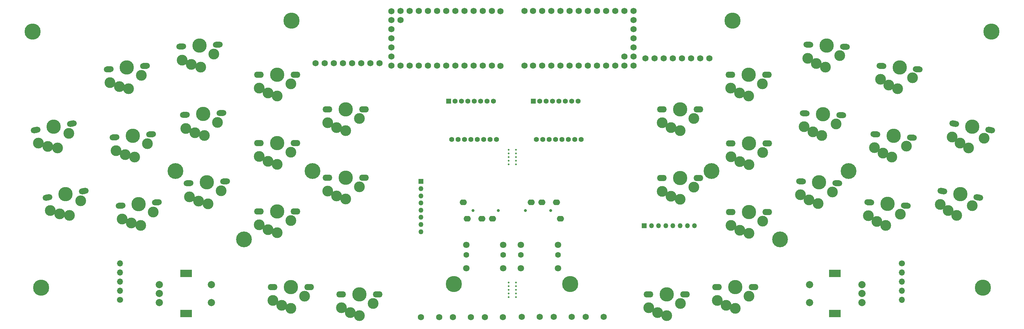
<source format=gbr>
%TF.GenerationSoftware,KiCad,Pcbnew,(7.0.0)*%
%TF.CreationDate,2023-02-20T10:05:00+01:00*%
%TF.ProjectId,wired-split,77697265-642d-4737-906c-69742e6b6963,rev?*%
%TF.SameCoordinates,Original*%
%TF.FileFunction,Soldermask,Top*%
%TF.FilePolarity,Negative*%
%FSLAX46Y46*%
G04 Gerber Fmt 4.6, Leading zero omitted, Abs format (unit mm)*
G04 Created by KiCad (PCBNEW (7.0.0)) date 2023-02-20 10:05:00*
%MOMM*%
%LPD*%
G01*
G04 APERTURE LIST*
G04 Aperture macros list*
%AMHorizOval*
0 Thick line with rounded ends*
0 $1 width*
0 $2 $3 position (X,Y) of the first rounded end (center of the circle)*
0 $4 $5 position (X,Y) of the second rounded end (center of the circle)*
0 Add line between two ends*
20,1,$1,$2,$3,$4,$5,0*
0 Add two circle primitives to create the rounded ends*
1,1,$1,$2,$3*
1,1,$1,$4,$5*%
G04 Aperture macros list end*
%ADD10C,4.500000*%
%ADD11C,4.400000*%
%ADD12HorizOval,1.701800X-0.492404X0.086824X0.492404X-0.086824X0*%
%ADD13C,3.000000*%
%ADD14C,3.987800*%
%ADD15C,2.000000*%
%ADD16R,3.200000X2.000000*%
%ADD17R,1.350000X1.350000*%
%ADD18O,1.350000X1.350000*%
%ADD19HorizOval,1.701800X-0.498097X-0.043578X0.498097X0.043578X0*%
%ADD20C,1.752600*%
%ADD21C,0.500000*%
%ADD22HorizOval,1.701800X-0.499315X-0.026168X0.499315X0.026168X0*%
%ADD23O,2.701800X1.701800*%
%ADD24C,1.700000*%
%ADD25O,1.700000X1.700000*%
%ADD26HorizOval,1.701800X-0.498097X0.043578X0.498097X-0.043578X0*%
%ADD27HorizOval,1.701800X-0.499315X0.026168X0.499315X-0.026168X0*%
%ADD28C,1.800000*%
%ADD29C,1.600000*%
%ADD30C,0.800000*%
%ADD31O,2.000000X1.600000*%
%ADD32HorizOval,1.701800X-0.492404X-0.086824X0.492404X0.086824X0*%
%ADD33R,1.400000X1.400000*%
%ADD34C,1.400000*%
G04 APERTURE END LIST*
D10*
%TO.C,*%
X84328000Y-156464000D03*
%TD*%
D11*
%TO.C,REF\u002A\u002A*%
X121666000Y-123952000D03*
X140716000Y-143002000D03*
X159766000Y-123952000D03*
%TD*%
D12*
%TO.C,SW22*%
X344837936Y-131306707D03*
D13*
X343146852Y-133583685D03*
X338799645Y-136283119D03*
D14*
X339832851Y-130423513D03*
D13*
X336452257Y-134982431D03*
X334260582Y-133245462D03*
D12*
X334832977Y-129538540D03*
%TD*%
D15*
%TO.C,SW39*%
X312442505Y-160585287D03*
X312442505Y-155585287D03*
X312442505Y-158085287D03*
D16*
X304942504Y-163685286D03*
X304942504Y-152485286D03*
D15*
X297942505Y-155585287D03*
X297942505Y-160585287D03*
%TD*%
D17*
%TO.C,J9*%
X189913095Y-126857999D03*
D18*
X189913095Y-128857999D03*
X189913095Y-130857999D03*
X189913095Y-132857999D03*
X189913095Y-134857999D03*
X189913095Y-136857999D03*
X189913095Y-138857999D03*
X189913095Y-140857999D03*
%TD*%
D19*
%TO.C,SW6*%
X114853914Y-113697534D03*
D13*
X113809778Y-116334611D03*
X110309363Y-120067204D03*
D14*
X109790786Y-114139846D03*
D13*
X107705318Y-119418385D03*
X105138762Y-118307849D03*
D19*
X104732231Y-114579090D03*
%TD*%
D20*
%TO.C,SW27*%
X217902505Y-164581287D03*
X222902505Y-164581287D03*
%TD*%
D21*
%TO.C,mouse-bite-2mm-slot*%
X214226505Y-118049287D03*
X214226505Y-119065287D03*
X214226505Y-120081287D03*
X214226505Y-121097287D03*
X214226505Y-122113287D03*
X216258505Y-118049287D03*
X216258505Y-119065287D03*
X216258505Y-120081287D03*
X216258505Y-121097287D03*
X216258505Y-122113287D03*
%TD*%
D22*
%TO.C,SW11*%
X135437513Y-126854805D03*
D13*
X134301981Y-129453836D03*
X130673432Y-133061992D03*
D14*
X130362033Y-127120147D03*
D13*
X128093617Y-132322688D03*
X125567381Y-131123258D03*
D22*
X125291230Y-127382583D03*
%TD*%
D23*
%TO.C,SW13*%
X154996504Y-97113247D03*
D13*
X153726505Y-99649287D03*
X149914093Y-103062595D03*
D14*
X149914093Y-97112595D03*
D13*
X147376505Y-102189287D03*
X144916505Y-100859287D03*
D23*
X144836504Y-97109286D03*
%TD*%
D20*
%TO.C,U7*%
X221059255Y-94617287D03*
X223599255Y-94617287D03*
X226139255Y-94617287D03*
X228679255Y-94617287D03*
X231219255Y-94617287D03*
X233759255Y-94617287D03*
X236299255Y-94617287D03*
X238839255Y-94617287D03*
X241379255Y-94617287D03*
X243919255Y-94617287D03*
X246459255Y-94617287D03*
X248999255Y-94597287D03*
X248999255Y-79377287D03*
X246459255Y-79377287D03*
X243919255Y-79377287D03*
X241379255Y-79377287D03*
X238839255Y-79377287D03*
X236299255Y-79377287D03*
X233759255Y-79377287D03*
X231219255Y-79377287D03*
X228679255Y-79377287D03*
X226139255Y-79377287D03*
X223599255Y-79377287D03*
X221059255Y-79377287D03*
X248999255Y-92077287D03*
X248999255Y-89537287D03*
X248999255Y-86997287D03*
X248999255Y-84457287D03*
X248999255Y-81917287D03*
X246459255Y-92077287D03*
X218629255Y-94597287D03*
X218629255Y-79357287D03*
%TD*%
D10*
%TO.C,*%
X231394000Y-155448000D03*
%TD*%
%TO.C,*%
X348488000Y-85090000D03*
%TD*%
D11*
%TO.C,REF\u002A\u002A*%
X270666000Y-123952000D03*
X289716000Y-143002000D03*
X308766000Y-123952000D03*
%TD*%
D10*
%TO.C,*%
X81900000Y-85090000D03*
%TD*%
D20*
%TO.C,SW35*%
X235650505Y-164581287D03*
X240650505Y-164581287D03*
%TD*%
%TO.C,SW8*%
X207670505Y-164689287D03*
X212670505Y-164689287D03*
%TD*%
D15*
%TO.C,SW21*%
X117128505Y-155585287D03*
X117128505Y-160585287D03*
X117128505Y-158085287D03*
D16*
X124628504Y-152485286D03*
X124628504Y-163685286D03*
D15*
X131628505Y-160585287D03*
X131628505Y-155585287D03*
%TD*%
D20*
%TO.C,SW16*%
X189922505Y-164689287D03*
X194922505Y-164689287D03*
%TD*%
D23*
%TO.C,SW3*%
X158814504Y-156311247D03*
D13*
X157544505Y-158847287D03*
X153732093Y-162260595D03*
D14*
X153732093Y-156310595D03*
D13*
X151194505Y-161387287D03*
X148734505Y-160057287D03*
D23*
X148654504Y-156307286D03*
%TD*%
D10*
%TO.C,*%
X346116000Y-156464000D03*
%TD*%
D24*
%TO.C,U5*%
X106214505Y-159863287D03*
D25*
X106214504Y-157323286D03*
X106214504Y-154783286D03*
X106214504Y-152243286D03*
X106214504Y-149703286D03*
%TD*%
D23*
%TO.C,SW33*%
X286152350Y-116241898D03*
D13*
X284882351Y-118777938D03*
X281069939Y-122191246D03*
D14*
X281069939Y-116241246D03*
D13*
X278532351Y-121317938D03*
X276072351Y-119987938D03*
D23*
X275992350Y-116237937D03*
%TD*%
D26*
%TO.C,SW25*%
X326349119Y-114607430D03*
D13*
X324862922Y-117023132D03*
X320767528Y-120091178D03*
D14*
X321286105Y-114163819D03*
D13*
X318315710Y-119000027D03*
X315980988Y-117460685D03*
D26*
X316228126Y-113717982D03*
%TD*%
%TO.C,SW26*%
X324644183Y-133585805D03*
D13*
X323157986Y-136001507D03*
X319062592Y-139069553D03*
D14*
X319581169Y-133142194D03*
D13*
X316610774Y-137978402D03*
X314276052Y-136439060D03*
D26*
X314523190Y-132696357D03*
%TD*%
D23*
%TO.C,SW34*%
X286143508Y-135347971D03*
D13*
X284873509Y-137884011D03*
X281061097Y-141297319D03*
D14*
X281061097Y-135347319D03*
D13*
X278523509Y-140424011D03*
X276063509Y-139094011D03*
D23*
X275983508Y-135344010D03*
%TD*%
D21*
%TO.C,mouse-bite-2mm-slot*%
X214226505Y-155049287D03*
X214226505Y-156065287D03*
X214226505Y-157081287D03*
X214226505Y-158097287D03*
X214226505Y-159113287D03*
X216258505Y-155049287D03*
X216258505Y-156065287D03*
X216258505Y-157081287D03*
X216258505Y-158097287D03*
X216258505Y-159113287D03*
%TD*%
D23*
%TO.C,SW19*%
X177864504Y-158343247D03*
D13*
X176594505Y-160879287D03*
X172782093Y-164292595D03*
D14*
X172782093Y-158342595D03*
D13*
X170244505Y-163419287D03*
X167784505Y-162089287D03*
D23*
X167704504Y-158339286D03*
%TD*%
D20*
%TO.C,J1*%
X160584504Y-93857300D03*
X163124506Y-93857301D03*
X165664504Y-93857300D03*
X168204504Y-93857300D03*
X170744505Y-93857301D03*
X173284505Y-93857302D03*
X175824505Y-93857301D03*
X178364504Y-93857301D03*
%TD*%
D26*
%TO.C,SW24*%
X328002828Y-95562526D03*
D13*
X326516631Y-97978228D03*
X322421237Y-101046274D03*
D14*
X322939814Y-95118915D03*
D13*
X319969419Y-99955123D03*
X317634697Y-98415781D03*
D26*
X317881835Y-94673078D03*
%TD*%
D23*
%TO.C,SW23*%
X282342504Y-156311247D03*
D13*
X281072505Y-158847287D03*
X277260093Y-162260595D03*
D14*
X277260093Y-156310595D03*
D13*
X274722505Y-161387287D03*
X272262505Y-160057287D03*
D23*
X272182504Y-156307286D03*
%TD*%
D19*
%TO.C,SW7*%
X116499676Y-132717767D03*
D13*
X115455540Y-135354844D03*
X111955125Y-139087437D03*
D14*
X111436548Y-133160079D03*
D13*
X109351080Y-138438618D03*
X106784524Y-137328082D03*
D19*
X106377993Y-133599323D03*
%TD*%
D23*
%TO.C,SW38*%
X263262504Y-158349863D03*
D13*
X261992505Y-160885903D03*
X258180093Y-164299211D03*
D14*
X258180093Y-158349211D03*
D13*
X255642505Y-163425903D03*
X253182505Y-162095903D03*
D23*
X253102504Y-158345902D03*
%TD*%
D27*
%TO.C,SW29*%
X306689187Y-108370885D03*
D13*
X305288202Y-110836983D03*
X301302376Y-114046087D03*
D14*
X301613775Y-108104241D03*
D13*
X298813971Y-113041169D03*
X296426949Y-111584245D03*
D27*
X296543318Y-107835196D03*
%TD*%
D28*
%TO.C,HAT2*%
X227992505Y-151039287D03*
D29*
X227992505Y-147339287D03*
D28*
X227992505Y-144539287D03*
X217692505Y-144539287D03*
D29*
X217692505Y-147339287D03*
D28*
X217692505Y-151039287D03*
%TD*%
D22*
%TO.C,SW10*%
X134426889Y-107801174D03*
D13*
X133291357Y-110400205D03*
X129662808Y-114008361D03*
D14*
X129351409Y-108066516D03*
D13*
X127082993Y-113269057D03*
X124556757Y-112069627D03*
D22*
X124280606Y-108328952D03*
%TD*%
D23*
%TO.C,SW36*%
X267022504Y-106755863D03*
D13*
X265752505Y-109291903D03*
X261940093Y-112705211D03*
D14*
X261940093Y-106755211D03*
D13*
X259402505Y-111831903D03*
X256942505Y-110501903D03*
D23*
X256862504Y-106751902D03*
%TD*%
D12*
%TO.C,SW4*%
X348144640Y-112511835D03*
D13*
X346453556Y-114788813D03*
X342106349Y-117488247D03*
D14*
X343139555Y-111628641D03*
D13*
X339758961Y-116187559D03*
X337567286Y-114450590D03*
D12*
X338139681Y-110743668D03*
%TD*%
D20*
%TO.C,SW31*%
X226776505Y-164581287D03*
X231776505Y-164581287D03*
%TD*%
D27*
%TO.C,SW28*%
X307695335Y-89289670D03*
D13*
X306294350Y-91755768D03*
X302308524Y-94964872D03*
D14*
X302619923Y-89023026D03*
D13*
X299820119Y-93959954D03*
X297433097Y-92503030D03*
D27*
X297549466Y-88753981D03*
%TD*%
D23*
%TO.C,SW18*%
X174046504Y-125799247D03*
D13*
X172776505Y-128335287D03*
X168964093Y-131748595D03*
D14*
X168964093Y-125798595D03*
D13*
X166426505Y-130875287D03*
X163966505Y-129545287D03*
D23*
X163886504Y-125795286D03*
%TD*%
%TO.C,SW32*%
X286102504Y-97119863D03*
D13*
X284832505Y-99655903D03*
X281020093Y-103069211D03*
D14*
X281020093Y-97119211D03*
D13*
X278482505Y-102195903D03*
X276022505Y-100865903D03*
D23*
X275942504Y-97115902D03*
%TD*%
D10*
%TO.C,*%
X199014000Y-155448000D03*
%TD*%
D19*
%TO.C,SW5*%
X113183518Y-94670481D03*
D13*
X112139382Y-97307558D03*
X108638967Y-101040151D03*
D14*
X108120390Y-95112793D03*
D13*
X106034922Y-100391332D03*
X103468366Y-99280796D03*
D19*
X103061835Y-95552037D03*
%TD*%
D23*
%TO.C,SW17*%
X174046504Y-106749247D03*
D13*
X172776505Y-109285287D03*
X168964093Y-112698595D03*
D14*
X168964093Y-106748595D03*
D13*
X166426505Y-111825287D03*
X163966505Y-110495287D03*
D23*
X163886504Y-106745286D03*
%TD*%
D10*
%TO.C,*%
X153924000Y-82042000D03*
%TD*%
D30*
%TO.C,J2*%
X211384505Y-134971287D03*
X204384505Y-134971287D03*
D31*
X206784504Y-137271286D03*
X209784504Y-137271286D03*
X201684504Y-132671286D03*
X202784504Y-137271286D03*
%TD*%
D32*
%TO.C,SW1*%
X92814015Y-110741054D03*
D13*
X92003689Y-113459099D03*
X88841911Y-117482570D03*
D14*
X87808704Y-111622964D03*
D13*
X86191226Y-117063177D03*
X83537647Y-116180557D03*
D32*
X82807681Y-112501419D03*
%TD*%
D24*
%TO.C,U6*%
X323542505Y-149703287D03*
D25*
X323542504Y-152243286D03*
X323542504Y-154783286D03*
X323542504Y-157323286D03*
X323542504Y-159863286D03*
%TD*%
D23*
%TO.C,SW14*%
X154996504Y-116163247D03*
D13*
X153726505Y-118699287D03*
X149914093Y-122112595D03*
D14*
X149914093Y-116162595D03*
D13*
X147376505Y-121239287D03*
X144916505Y-119909287D03*
D23*
X144836504Y-116159286D03*
%TD*%
%TO.C,SW15*%
X154996504Y-135213247D03*
D13*
X153726505Y-137749287D03*
X149914093Y-141162595D03*
D14*
X149914093Y-135212595D03*
D13*
X147376505Y-140289287D03*
X144916505Y-138959287D03*
D23*
X144836504Y-135209286D03*
%TD*%
%TO.C,SW37*%
X267022503Y-125895177D03*
D13*
X265752504Y-128431217D03*
X261940092Y-131844525D03*
D14*
X261940092Y-125894525D03*
D13*
X259402504Y-130971217D03*
X256942504Y-129641217D03*
D23*
X256862503Y-125891216D03*
%TD*%
D17*
%TO.C,J10*%
X251937999Y-139191999D03*
D18*
X253937999Y-139191999D03*
X255937999Y-139191999D03*
X257937999Y-139191999D03*
X259937999Y-139191999D03*
X261937999Y-139191999D03*
X263937999Y-139191999D03*
X265937999Y-139191999D03*
%TD*%
D27*
%TO.C,SW30*%
X305654681Y-127367450D03*
D13*
X304253696Y-129833548D03*
X300267870Y-133042652D03*
D14*
X300579269Y-127100806D03*
D13*
X297779465Y-132037734D03*
X295392443Y-130580810D03*
D27*
X295508812Y-126831761D03*
%TD*%
D20*
%TO.C,J7*%
X252282504Y-92581286D03*
X254822506Y-92581287D03*
X257362504Y-92581286D03*
X259902504Y-92581286D03*
X262442505Y-92581287D03*
X264982505Y-92581288D03*
X267522505Y-92581287D03*
X270062504Y-92581287D03*
%TD*%
D10*
%TO.C,*%
X276508000Y-82042000D03*
%TD*%
D30*
%TO.C,J5*%
X218930005Y-134971287D03*
X225930005Y-134971287D03*
D31*
X223530004Y-132671286D03*
X220530004Y-132671286D03*
X228630004Y-137271286D03*
X227530004Y-132671286D03*
%TD*%
D22*
%TO.C,SW9*%
X133407749Y-88751375D03*
D13*
X132272217Y-91350406D03*
X128643668Y-94958562D03*
D14*
X128332269Y-89016717D03*
D13*
X126063853Y-94219258D03*
X123537617Y-93019828D03*
D22*
X123261466Y-89279153D03*
%TD*%
D32*
%TO.C,SW2*%
X96116015Y-129537054D03*
D13*
X95305689Y-132255099D03*
X92143911Y-136278570D03*
D14*
X91110704Y-130418964D03*
D13*
X89493226Y-135859177D03*
X86839647Y-134976557D03*
D32*
X86109681Y-131297419D03*
%TD*%
D20*
%TO.C,U1*%
X209582505Y-79377287D03*
X207042505Y-79377287D03*
X204502505Y-79377287D03*
X201962505Y-79377287D03*
X199422505Y-79377287D03*
X196882505Y-79377287D03*
X194342505Y-79377287D03*
X191802505Y-79377287D03*
X189262505Y-79377287D03*
X186722505Y-79377287D03*
X184182505Y-79377287D03*
X181642505Y-79397287D03*
X181642505Y-94617287D03*
X184182505Y-94617287D03*
X186722505Y-94617287D03*
X189262505Y-94617287D03*
X191802505Y-94617287D03*
X194342505Y-94617287D03*
X196882505Y-94617287D03*
X199422505Y-94617287D03*
X201962505Y-94617287D03*
X204502505Y-94617287D03*
X207042505Y-94617287D03*
X209582505Y-94617287D03*
X181642505Y-81917287D03*
X181642505Y-84457287D03*
X181642505Y-86997287D03*
X181642505Y-89537287D03*
X181642505Y-92077287D03*
X184182505Y-81917287D03*
X212012505Y-79397287D03*
X212012505Y-94637287D03*
%TD*%
%TO.C,SW12*%
X198796505Y-164689287D03*
X203796505Y-164689287D03*
%TD*%
D28*
%TO.C,HAT1*%
X202467053Y-151039287D03*
D29*
X202467053Y-147339287D03*
D28*
X202467053Y-144539287D03*
X212767053Y-144539287D03*
D29*
X212767053Y-147339287D03*
D28*
X212767053Y-151039287D03*
%TD*%
D33*
%TO.C,U10*%
X221082504Y-104475286D03*
D34*
X222862505Y-104475287D03*
X224642505Y-104475287D03*
X226422505Y-104475287D03*
X228202505Y-104475287D03*
X229982505Y-104475287D03*
X231762505Y-104475287D03*
X233542505Y-104475287D03*
X234432505Y-115175287D03*
X232652505Y-115175287D03*
X230872505Y-115175287D03*
X229092505Y-115175287D03*
X227312505Y-115175287D03*
X225532505Y-115175287D03*
X223752505Y-115175287D03*
X221972505Y-115175287D03*
%TD*%
D33*
%TO.C,U4*%
X197564504Y-104475286D03*
D34*
X199344505Y-104475287D03*
X201124505Y-104475287D03*
X202904505Y-104475287D03*
X204684505Y-104475287D03*
X206464505Y-104475287D03*
X208244505Y-104475287D03*
X210024505Y-104475287D03*
X210914505Y-115175287D03*
X209134505Y-115175287D03*
X207354505Y-115175287D03*
X205574505Y-115175287D03*
X203794505Y-115175287D03*
X202014505Y-115175287D03*
X200234505Y-115175287D03*
X198454505Y-115175287D03*
%TD*%
M02*

</source>
